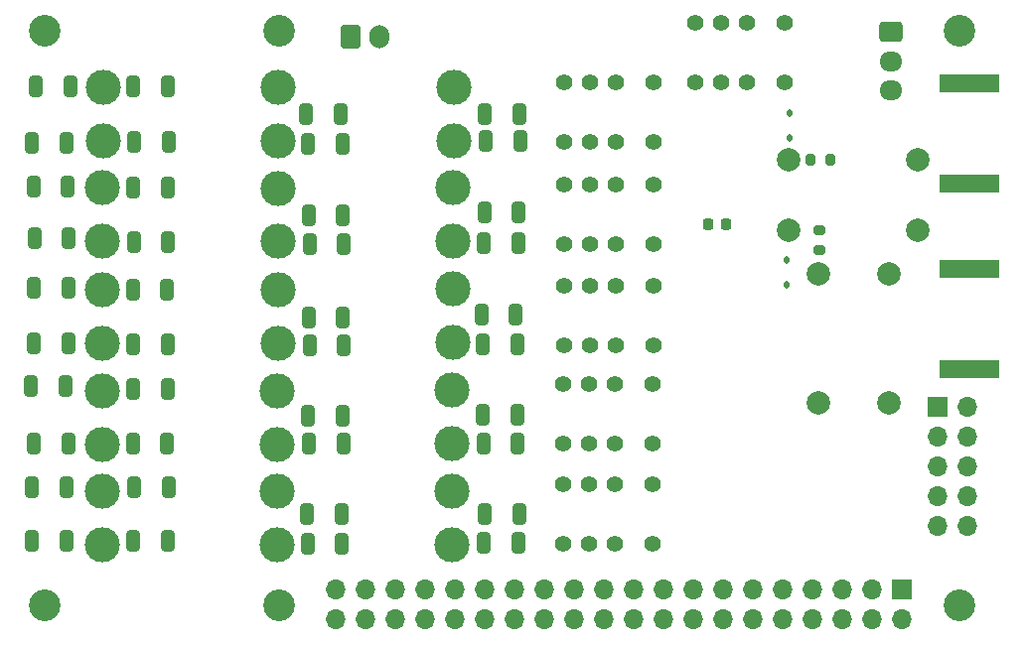
<source format=gbr>
%TF.GenerationSoftware,KiCad,Pcbnew,7.0.10*%
%TF.CreationDate,2024-04-14T10:08:43-05:00*%
%TF.ProjectId,txfilters,74786669-6c74-4657-9273-2e6b69636164,rev?*%
%TF.SameCoordinates,Original*%
%TF.FileFunction,Soldermask,Bot*%
%TF.FilePolarity,Negative*%
%FSLAX46Y46*%
G04 Gerber Fmt 4.6, Leading zero omitted, Abs format (unit mm)*
G04 Created by KiCad (PCBNEW 7.0.10) date 2024-04-14 10:08:43*
%MOMM*%
%LPD*%
G01*
G04 APERTURE LIST*
G04 Aperture macros list*
%AMRoundRect*
0 Rectangle with rounded corners*
0 $1 Rounding radius*
0 $2 $3 $4 $5 $6 $7 $8 $9 X,Y pos of 4 corners*
0 Add a 4 corners polygon primitive as box body*
4,1,4,$2,$3,$4,$5,$6,$7,$8,$9,$2,$3,0*
0 Add four circle primitives for the rounded corners*
1,1,$1+$1,$2,$3*
1,1,$1+$1,$4,$5*
1,1,$1+$1,$6,$7*
1,1,$1+$1,$8,$9*
0 Add four rect primitives between the rounded corners*
20,1,$1+$1,$2,$3,$4,$5,0*
20,1,$1+$1,$4,$5,$6,$7,0*
20,1,$1+$1,$6,$7,$8,$9,0*
20,1,$1+$1,$8,$9,$2,$3,0*%
G04 Aperture macros list end*
%ADD10C,1.400000*%
%ADD11C,3.000000*%
%ADD12C,2.700000*%
%ADD13C,2.000000*%
%ADD14R,5.080000X1.500000*%
%ADD15RoundRect,0.250000X-0.725000X0.600000X-0.725000X-0.600000X0.725000X-0.600000X0.725000X0.600000X0*%
%ADD16O,1.950000X1.700000*%
%ADD17RoundRect,0.250000X-0.325000X-0.650000X0.325000X-0.650000X0.325000X0.650000X-0.325000X0.650000X0*%
%ADD18RoundRect,0.225000X-0.225000X-0.250000X0.225000X-0.250000X0.225000X0.250000X-0.225000X0.250000X0*%
%ADD19RoundRect,0.250000X0.325000X0.650000X-0.325000X0.650000X-0.325000X-0.650000X0.325000X-0.650000X0*%
%ADD20RoundRect,0.200000X-0.200000X-0.275000X0.200000X-0.275000X0.200000X0.275000X-0.200000X0.275000X0*%
%ADD21RoundRect,0.112500X0.112500X-0.187500X0.112500X0.187500X-0.112500X0.187500X-0.112500X-0.187500X0*%
%ADD22RoundRect,0.112500X-0.112500X0.187500X-0.112500X-0.187500X0.112500X-0.187500X0.112500X0.187500X0*%
%ADD23R,1.700000X1.700000*%
%ADD24O,1.700000X1.700000*%
%ADD25RoundRect,0.250000X-0.600000X-0.750000X0.600000X-0.750000X0.600000X0.750000X-0.600000X0.750000X0*%
%ADD26O,1.700000X2.000000*%
%ADD27RoundRect,0.200000X-0.275000X0.200000X-0.275000X-0.200000X0.275000X-0.200000X0.275000X0.200000X0*%
G04 APERTURE END LIST*
D10*
%TO.C,K6*%
X155905000Y-142295000D03*
X152705000Y-142295000D03*
X150505000Y-142295000D03*
X148305000Y-142295000D03*
X148305000Y-147375000D03*
X150505000Y-147375000D03*
X152705000Y-147375000D03*
X155905000Y-147375000D03*
%TD*%
D11*
%TO.C,L9*%
X109035000Y-125682500D03*
X109035000Y-130252500D03*
%TD*%
D12*
%TO.C,H1*%
X104080000Y-103630000D03*
%TD*%
D11*
%TO.C,L1*%
X138945000Y-108420000D03*
X138945000Y-112990000D03*
%TD*%
D10*
%TO.C,K1*%
X156005000Y-108045000D03*
X152805000Y-108045000D03*
X150605000Y-108045000D03*
X148405000Y-108045000D03*
X148405000Y-113125000D03*
X150605000Y-113125000D03*
X152805000Y-113125000D03*
X156005000Y-113125000D03*
%TD*%
D13*
%TO.C,L17*%
X167485000Y-120615000D03*
X178485000Y-120615000D03*
X167485000Y-114615000D03*
X178485000Y-114615000D03*
%TD*%
D11*
%TO.C,L2*%
X123985000Y-108420000D03*
X123985000Y-112990000D03*
%TD*%
%TO.C,L3*%
X109105000Y-108420000D03*
X109105000Y-112990000D03*
%TD*%
D10*
%TO.C,K5*%
X155895000Y-133732500D03*
X152695000Y-133732500D03*
X150495000Y-133732500D03*
X148295000Y-133732500D03*
X148295000Y-138812500D03*
X150495000Y-138812500D03*
X152695000Y-138812500D03*
X155895000Y-138812500D03*
%TD*%
D12*
%TO.C,H6*%
X182080000Y-152630000D03*
%TD*%
%TO.C,H2*%
X124080000Y-103630000D03*
%TD*%
D14*
%TO.C,J3*%
X182910000Y-123955000D03*
X182910000Y-132455000D03*
%TD*%
D11*
%TO.C,L6*%
X109035000Y-117021250D03*
X109035000Y-121591250D03*
%TD*%
%TO.C,L15*%
X108985000Y-142929000D03*
X108985000Y-147499000D03*
%TD*%
D12*
%TO.C,H4*%
X104080000Y-152630000D03*
%TD*%
%TO.C,H5*%
X124080000Y-152630000D03*
%TD*%
D13*
%TO.C,L16*%
X176075000Y-135345000D03*
X176075000Y-124345000D03*
X170075000Y-135345000D03*
X170075000Y-124345000D03*
%TD*%
D12*
%TO.C,H3*%
X182080000Y-103630000D03*
%TD*%
D14*
%TO.C,J2*%
X182960000Y-108145000D03*
X182960000Y-116645000D03*
%TD*%
D11*
%TO.C,L11*%
X123935000Y-134325250D03*
X123935000Y-138895250D03*
%TD*%
%TO.C,L7*%
X138875000Y-125652500D03*
X138875000Y-130222500D03*
%TD*%
D15*
%TO.C,J6*%
X176203000Y-103713000D03*
D16*
X176203000Y-106213000D03*
X176203000Y-108713000D03*
%TD*%
D10*
%TO.C,K2*%
X167185000Y-102985000D03*
X163985000Y-102985000D03*
X161785000Y-102985000D03*
X159585000Y-102985000D03*
X159585000Y-108065000D03*
X161785000Y-108065000D03*
X163985000Y-108065000D03*
X167185000Y-108065000D03*
%TD*%
D11*
%TO.C,L4*%
X138875000Y-117006250D03*
X138875000Y-121576250D03*
%TD*%
%TO.C,L8*%
X123995000Y-125697500D03*
X123995000Y-130267500D03*
%TD*%
%TO.C,L12*%
X108975000Y-134317750D03*
X108975000Y-138887750D03*
%TD*%
D10*
%TO.C,K3*%
X155955000Y-116787500D03*
X152755000Y-116787500D03*
X150555000Y-116787500D03*
X148355000Y-116787500D03*
X148355000Y-121867500D03*
X150555000Y-121867500D03*
X152755000Y-121867500D03*
X155955000Y-121867500D03*
%TD*%
D11*
%TO.C,L13*%
X138825000Y-142869000D03*
X138825000Y-147439000D03*
%TD*%
%TO.C,L14*%
X123945000Y-142929000D03*
X123945000Y-147499000D03*
%TD*%
%TO.C,L5*%
X123995000Y-117043750D03*
X123995000Y-121613750D03*
%TD*%
D10*
%TO.C,K4*%
X155955000Y-125400000D03*
X152755000Y-125400000D03*
X150555000Y-125400000D03*
X148355000Y-125400000D03*
X148355000Y-130480000D03*
X150555000Y-130480000D03*
X152755000Y-130480000D03*
X155955000Y-130480000D03*
%TD*%
D11*
%TO.C,L10*%
X138815000Y-134272750D03*
X138815000Y-138842750D03*
%TD*%
D17*
%TO.C,C31*%
X141570000Y-119145000D03*
X144520000Y-119145000D03*
%TD*%
%TO.C,C19*%
X111590000Y-138805000D03*
X114540000Y-138805000D03*
%TD*%
D18*
%TO.C,C8*%
X160654000Y-120103000D03*
X162204000Y-120103000D03*
%TD*%
D19*
%TO.C,C33*%
X106080000Y-116885000D03*
X103130000Y-116885000D03*
%TD*%
D17*
%TO.C,C18*%
X126600000Y-138830000D03*
X129550000Y-138830000D03*
%TD*%
%TO.C,C1*%
X141670000Y-113055000D03*
X144620000Y-113055000D03*
%TD*%
%TO.C,C42*%
X141446000Y-136401000D03*
X144396000Y-136401000D03*
%TD*%
%TO.C,C45*%
X126460000Y-144893000D03*
X129410000Y-144893000D03*
%TD*%
%TO.C,C13*%
X141420000Y-130375000D03*
X144370000Y-130375000D03*
%TD*%
%TO.C,C36*%
X126584000Y-128081000D03*
X129534000Y-128081000D03*
%TD*%
D19*
%TO.C,C44*%
X105950000Y-147159000D03*
X103000000Y-147159000D03*
%TD*%
D17*
%TO.C,C17*%
X141480000Y-138815000D03*
X144430000Y-138815000D03*
%TD*%
%TO.C,C35*%
X141316000Y-127875000D03*
X144266000Y-127875000D03*
%TD*%
%TO.C,C23*%
X111610000Y-147145000D03*
X114560000Y-147145000D03*
%TD*%
%TO.C,C4*%
X126520000Y-113235000D03*
X129470000Y-113235000D03*
%TD*%
%TO.C,C7*%
X111670000Y-108395000D03*
X114620000Y-108395000D03*
%TD*%
%TO.C,C41*%
X126522000Y-136463000D03*
X129472000Y-136463000D03*
%TD*%
D19*
%TO.C,C34*%
X106166000Y-121319000D03*
X103216000Y-121319000D03*
%TD*%
D20*
%TO.C,R6*%
X169380000Y-114615000D03*
X171030000Y-114615000D03*
%TD*%
D21*
%TO.C,D1*%
X167340000Y-125271000D03*
X167340000Y-123171000D03*
%TD*%
D22*
%TO.C,D2*%
X167619000Y-110675000D03*
X167619000Y-112775000D03*
%TD*%
D17*
%TO.C,C5*%
X111700000Y-113105000D03*
X114650000Y-113105000D03*
%TD*%
D23*
%TO.C,J4*%
X180200000Y-135753600D03*
D24*
X182740000Y-135753600D03*
X180200000Y-138293600D03*
X182740000Y-138293600D03*
X180200000Y-140833600D03*
X182740000Y-140833600D03*
X180200000Y-143373600D03*
X182740000Y-143373600D03*
X180200000Y-145913600D03*
X182740000Y-145913600D03*
%TD*%
D17*
%TO.C,C10*%
X126660000Y-121820000D03*
X129610000Y-121820000D03*
%TD*%
%TO.C,C24*%
X111740000Y-142605000D03*
X114690000Y-142605000D03*
%TD*%
%TO.C,C32*%
X126584000Y-119383000D03*
X129534000Y-119383000D03*
%TD*%
%TO.C,C46*%
X141600000Y-144859000D03*
X144550000Y-144859000D03*
%TD*%
D19*
%TO.C,C29*%
X105974000Y-113191000D03*
X103024000Y-113191000D03*
%TD*%
D17*
%TO.C,C21*%
X141550000Y-147285000D03*
X144500000Y-147285000D03*
%TD*%
%TO.C,C12*%
X111670000Y-116985000D03*
X114620000Y-116985000D03*
%TD*%
%TO.C,C15*%
X111670000Y-130385000D03*
X114620000Y-130385000D03*
%TD*%
%TO.C,C16*%
X111590000Y-125735000D03*
X114540000Y-125735000D03*
%TD*%
D25*
%TO.C,J5*%
X130149000Y-104135000D03*
D26*
X132649000Y-104135000D03*
%TD*%
D17*
%TO.C,C25*%
X141632000Y-110747000D03*
X144582000Y-110747000D03*
%TD*%
%TO.C,C11*%
X111680000Y-121655000D03*
X114630000Y-121655000D03*
%TD*%
%TO.C,C9*%
X141540000Y-121765000D03*
X144490000Y-121765000D03*
%TD*%
D19*
%TO.C,C30*%
X106272000Y-108345000D03*
X103322000Y-108345000D03*
%TD*%
%TO.C,C39*%
X105888000Y-133951000D03*
X102938000Y-133951000D03*
%TD*%
D17*
%TO.C,C28*%
X126392000Y-110699000D03*
X129342000Y-110699000D03*
%TD*%
D19*
%TO.C,C37*%
X106104000Y-130305000D03*
X103154000Y-130305000D03*
%TD*%
%TO.C,C40*%
X106142000Y-138825000D03*
X103192000Y-138825000D03*
%TD*%
%TO.C,C43*%
X105950000Y-142539000D03*
X103000000Y-142539000D03*
%TD*%
D23*
%TO.C,J1*%
X177180000Y-151330000D03*
D24*
X177180000Y-153870000D03*
X174640000Y-151330000D03*
X174640000Y-153870000D03*
X172100000Y-151330000D03*
X172100000Y-153870000D03*
X169560000Y-151330000D03*
X169560000Y-153870000D03*
X167020000Y-151330000D03*
X167020000Y-153870000D03*
X164480000Y-151330000D03*
X164480000Y-153870000D03*
X161940000Y-151330000D03*
X161940000Y-153870000D03*
X159400000Y-151330000D03*
X159400000Y-153870000D03*
X156860000Y-151330000D03*
X156860000Y-153870000D03*
X154320000Y-151330000D03*
X154320000Y-153870000D03*
X151780000Y-151330000D03*
X151780000Y-153870000D03*
X149240000Y-151330000D03*
X149240000Y-153870000D03*
X146700000Y-151330000D03*
X146700000Y-153870000D03*
X144160000Y-151330000D03*
X144160000Y-153870000D03*
X141620000Y-151330000D03*
X141620000Y-153870000D03*
X139080000Y-151330000D03*
X139080000Y-153870000D03*
X136540000Y-151330000D03*
X136540000Y-153870000D03*
X134000000Y-151330000D03*
X134000000Y-153870000D03*
X131460000Y-151330000D03*
X131460000Y-153870000D03*
X128920000Y-151330000D03*
X128920000Y-153870000D03*
%TD*%
D17*
%TO.C,C20*%
X111630000Y-134205000D03*
X114580000Y-134205000D03*
%TD*%
%TO.C,C14*%
X126660000Y-130465000D03*
X129610000Y-130465000D03*
%TD*%
D27*
%TO.C,R5*%
X170143000Y-120656000D03*
X170143000Y-122306000D03*
%TD*%
D19*
%TO.C,C38*%
X106142000Y-125521000D03*
X103192000Y-125521000D03*
%TD*%
D17*
%TO.C,C22*%
X126500000Y-147425000D03*
X129450000Y-147425000D03*
%TD*%
M02*

</source>
